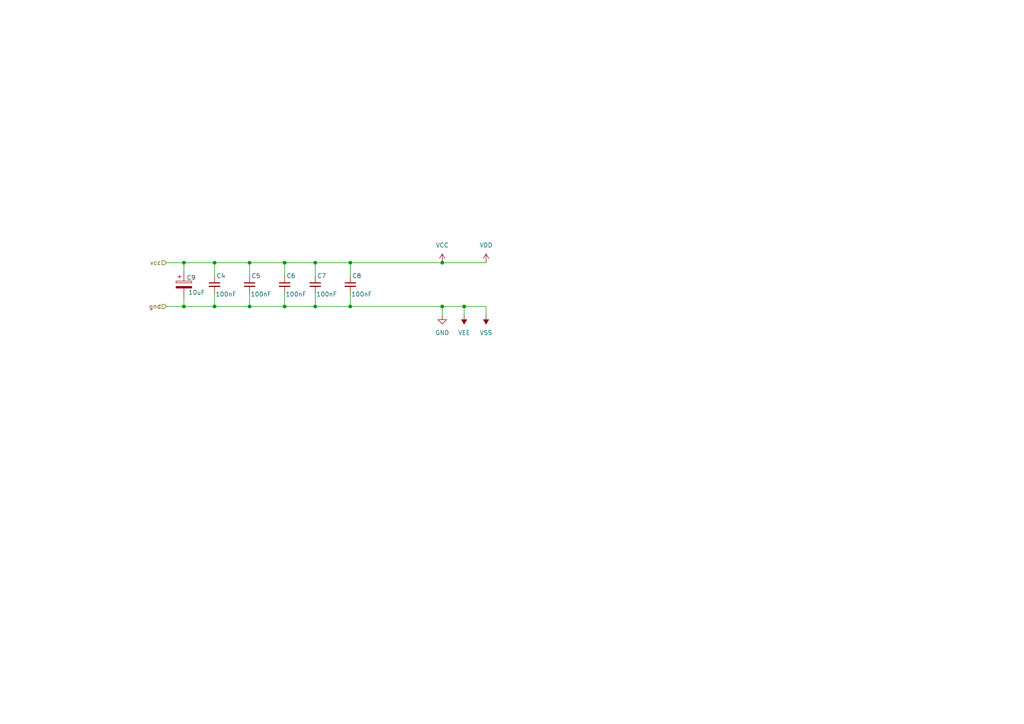
<source format=kicad_sch>
(kicad_sch (version 20250114) (generator "eeschema") (generator_version "9.0")
  (paper "A4")
  (lib_symbols
    (symbol "Device:C_Polarized" (pin_numbers (hide yes)) (pin_names (offset 0.254))
      (property "Reference" "C" (at 0.635 2.54 0))
      (property "Value" "C_Polarized" (at 0.635 -2.54 0))
      (symbol "C_Polarized_0_1"
        (rectangle (start -2.286 0.508) (end 2.286 1.016))
        (polyline (pts (xy -1.778 2.286) (xy -0.762 2.286)))
        (polyline (pts (xy -1.27 2.794) (xy -1.27 1.778)))
        (rectangle (start 2.286 -0.508) (end -2.286 -1.016) (fill (type outline)))
      )
      (symbol "C_Polarized_1_1"
        (pin passive line (at 0 3.81 270) (length 2.794) (name "~") (number "1"))
        (pin passive line (at 0 -3.81 90) (length 2.794) (name "~") (number "2"))
      )
    )
    (symbol "Device:C_Small" (pin_numbers (hide yes)) (pin_names (offset 0.254) (hide yes))
      (property "Reference" "C" (at 0.254 1.778 0))
      (property "Value" "C_Small" (at 0.254 -2.032 0))
      (symbol "C_Small_0_1"
        (polyline (pts (xy -1.524 0.508) (xy 1.524 0.508)) (stroke (width 0.3048)))
        (polyline (pts (xy -1.524 -0.508) (xy 1.524 -0.508)) (stroke (width 0.3302)))
      )
      (symbol "C_Small_1_1"
        (pin passive line (at 0 2.54 270) (length 2.032) (name "~") (number "1"))
        (pin passive line (at 0 -2.54 90) (length 2.032) (name "~") (number "2"))
      )
    )
    (symbol "power:GND" (power) (pin_numbers (hide yes)) (pin_names (offset 0) (hide yes))
      (property "Value" "GND" (at 0 -3.81 0))
      (symbol "GND_0_1"
        (polyline (pts (xy 0 0) (xy 0 -1.27) (xy 1.27 -1.27) (xy 0 -2.54) (xy -1.27 -1.27) (xy 0 -1.27)))
      )
      (symbol "GND_1_1"
        (pin power_in line (at 0 0 270) (length 0) (name "~") (number "1"))
      )
    )
    (symbol "power:VCC" (power) (pin_numbers (hide yes)) (pin_names (offset 0) (hide yes))
      (property "Value" "VCC" (at 0 3.556 0))
      (symbol "VCC_0_1"
        (polyline (pts (xy -0.762 1.27) (xy 0 2.54)))
        (polyline (pts (xy 0 2.54) (xy 0.762 1.27)))
        (polyline (pts (xy 0 0) (xy 0 2.54)))
      )
      (symbol "VCC_1_1"
        (pin power_in line (at 0 0 90) (length 0) (name "~") (number "1"))
      )
    )
    (symbol "power:VDD" (power) (pin_numbers (hide yes)) (pin_names (offset 0) (hide yes))
      (property "Value" "VDD" (at 0 3.556 0))
      (symbol "VDD_0_1"
        (polyline (pts (xy -0.762 1.27) (xy 0 2.54)))
        (polyline (pts (xy 0 2.54) (xy 0.762 1.27)))
        (polyline (pts (xy 0 0) (xy 0 2.54)))
      )
      (symbol "VDD_1_1"
        (pin power_in line (at 0 0 90) (length 0) (name "~") (number "1"))
      )
    )
    (symbol "power:VEE" (power) (pin_numbers (hide yes)) (pin_names (offset 0) (hide yes))
      (property "Value" "VEE" (at 0 3.556 0))
      (symbol "VEE_0_1"
        (polyline (pts (xy 0 0) (xy 0 2.54)))
        (polyline (pts (xy 0.762 1.27) (xy -0.762 1.27) (xy 0 2.54) (xy 0.762 1.27)) (fill (type outline)))
      )
      (symbol "VEE_1_1"
        (pin power_in line (at 0 0 90) (length 0) (name "~") (number "1"))
      )
    )
    (symbol "power:VSS" (power) (pin_numbers (hide yes)) (pin_names (offset 0) (hide yes))
      (property "Value" "VSS" (at 0 3.556 0))
      (symbol "VSS_0_1"
        (polyline (pts (xy 0 0) (xy 0 2.54)))
        (polyline (pts (xy 0.762 1.27) (xy -0.762 1.27) (xy 0 2.54) (xy 0.762 1.27)) (fill (type outline)))
      )
      (symbol "VSS_1_1"
        (pin power_in line (at 0 0 90) (length 0) (name "~") (number "1"))
      )
    )
  )
  (junction (at 91.44 76.2))
  (junction (at 82.55 76.2))
  (junction (at 62.23 88.9))
  (junction (at 62.23 76.2))
  (junction (at 53.34 76.2))
  (junction (at 101.6 88.9))
  (junction (at 72.39 76.2))
  (junction (at 101.6 76.2))
  (junction (at 128.27 88.9))
  (junction (at 82.55 88.9))
  (junction (at 53.34 88.9))
  (junction (at 128.27 76.2))
  (junction (at 72.39 88.9))
  (junction (at 134.62 88.9))
  (junction (at 91.44 88.9))
  (wire (pts (xy 101.6 76.2) (xy 101.6 80.01)))
  (wire (pts (xy 48.26 88.9) (xy 53.34 88.9)))
  (wire (pts (xy 72.39 88.9) (xy 82.55 88.9)))
  (wire (pts (xy 101.6 76.2) (xy 128.27 76.2)))
  (wire (pts (xy 101.6 88.9) (xy 128.27 88.9)))
  (wire (pts (xy 128.27 91.44) (xy 128.27 88.9)))
  (wire (pts (xy 48.26 76.2) (xy 53.34 76.2)))
  (wire (pts (xy 134.62 88.9) (xy 134.62 91.44)))
  (wire (pts (xy 53.34 86.36) (xy 53.34 88.9)))
  (wire (pts (xy 91.44 85.09) (xy 91.44 88.9)))
  (wire (pts (xy 53.34 88.9) (xy 62.23 88.9)))
  (wire (pts (xy 101.6 85.09) (xy 101.6 88.9)))
  (wire (pts (xy 72.39 85.09) (xy 72.39 88.9)))
  (wire (pts (xy 82.55 85.09) (xy 82.55 88.9)))
  (wire (pts (xy 72.39 76.2) (xy 72.39 80.01)))
  (wire (pts (xy 82.55 88.9) (xy 91.44 88.9)))
  (wire (pts (xy 62.23 76.2) (xy 62.23 80.01)))
  (wire (pts (xy 62.23 88.9) (xy 72.39 88.9)))
  (wire (pts (xy 91.44 88.9) (xy 101.6 88.9)))
  (wire (pts (xy 53.34 76.2) (xy 62.23 76.2)))
  (wire (pts (xy 62.23 76.2) (xy 72.39 76.2)))
  (wire (pts (xy 82.55 76.2) (xy 82.55 80.01)))
  (wire (pts (xy 91.44 76.2) (xy 91.44 80.01)))
  (wire (pts (xy 128.27 76.2) (xy 140.97 76.2)))
  (wire (pts (xy 53.34 76.2) (xy 53.34 78.74)))
  (wire (pts (xy 91.44 76.2) (xy 101.6 76.2)))
  (wire (pts (xy 140.97 88.9) (xy 140.97 91.44)))
  (wire (pts (xy 128.27 88.9) (xy 134.62 88.9)))
  (wire (pts (xy 62.23 85.09) (xy 62.23 88.9)))
  (wire (pts (xy 82.55 76.2) (xy 91.44 76.2)))
  (wire (pts (xy 72.39 76.2) (xy 82.55 76.2)))
  (wire (pts (xy 134.62 88.9) (xy 140.97 88.9)))
  (hierarchical_label "vcc" (shape input) (at 48.26 76.2 180))
  (hierarchical_label "gnd" (shape input) (at 48.26 88.9 180))
  (symbol (lib_id "Device:C_Small") (at 101.6 82.55 0) (unit 1)
    (property "Reference" "C8" (at 102.108 80.01 0) (effects (justify left)))
    (property "Value" "100nF" (at 101.854 85.344 0) (effects (justify left)))
    (property "Footprint" "Capacitor_THT:C_Disc_D3.0mm_W1.6mm_P2.50mm" (effects (hide yes)))
    (property "Description" "Unpolarized capacitor, small symbol" (effects (hide yes)))
  )
  (symbol (lib_id "Device:C_Polarized") (at 53.34 82.55 0) (unit 1)
    (property "Reference" "C9" (at 54.102 80.518 0) (effects (justify left)))
    (property "Value" "10uF" (at 54.61 84.836 0) (effects (justify left)))
    (property "Footprint" "Capacitor_THT:CP_Radial_D5.0mm_P2.50mm" (effects (hide yes)))
    (property "Description" "Polarized capacitor" (effects (hide yes)))
  )
  (symbol (lib_id "power:VSS") (at 140.97 91.44 0) (mirror x) (unit 1)
    (property "Reference" "#PWR012" (effects (hide yes)))
    (property "Value" "VSS" (at 140.97 96.52 0))
    (property "Description" "Power symbol creates a global label with name \"VSS\"" (effects (hide yes)))
  )
  (symbol (lib_id "power:VEE") (at 134.62 91.44 0) (mirror x) (unit 1)
    (property "Reference" "#PWR011" (effects (hide yes)))
    (property "Value" "VEE" (at 134.62 96.52 0))
    (property "Description" "Power symbol creates a global label with name \"VEE\"" (effects (hide yes)))
  )
  (symbol (lib_id "Device:C_Small") (at 91.44 82.55 0) (unit 1)
    (property "Reference" "C7" (at 91.948 80.01 0) (effects (justify left)))
    (property "Value" "100nF" (at 91.694 85.344 0) (effects (justify left)))
    (property "Footprint" "Capacitor_THT:C_Disc_D3.0mm_W1.6mm_P2.50mm" (effects (hide yes)))
    (property "Description" "Unpolarized capacitor, small symbol" (effects (hide yes)))
  )
  (symbol (lib_id "Device:C_Small") (at 72.39 82.55 0) (unit 1)
    (property "Reference" "C5" (at 72.898 80.01 0) (effects (justify left)))
    (property "Value" "100nF" (at 72.644 85.344 0) (effects (justify left)))
    (property "Footprint" "Capacitor_THT:C_Disc_D3.0mm_W1.6mm_P2.50mm" (effects (hide yes)))
    (property "Description" "Unpolarized capacitor, small symbol" (effects (hide yes)))
  )
  (symbol (lib_id "Device:C_Small") (at 82.55 82.55 0) (unit 1)
    (property "Reference" "C6" (at 83.058 80.01 0) (effects (justify left)))
    (property "Value" "100nF" (at 82.804 85.344 0) (effects (justify left)))
    (property "Footprint" "Capacitor_THT:C_Disc_D3.0mm_W1.6mm_P2.50mm" (effects (hide yes)))
    (property "Description" "Unpolarized capacitor, small symbol" (effects (hide yes)))
  )
  (symbol (lib_id "power:VCC") (at 128.27 76.2 0) (unit 1)
    (property "Reference" "#PWR09" (effects (hide yes)))
    (property "Value" "VCC" (at 128.27 71.12 0))
    (property "Description" "Power symbol creates a global label with name \"VCC\"" (effects (hide yes)))
  )
  (symbol (lib_id "Device:C_Small") (at 62.23 82.55 0) (unit 1)
    (property "Reference" "C4" (at 62.738 80.01 0) (effects (justify left)))
    (property "Value" "100nF" (at 62.484 85.344 0) (effects (justify left)))
    (property "Footprint" "Capacitor_THT:C_Disc_D3.0mm_W1.6mm_P2.50mm" (effects (hide yes)))
    (property "Description" "Unpolarized capacitor, small symbol" (effects (hide yes)))
  )
  (symbol (lib_id "power:VDD") (at 140.97 76.2 0) (unit 1)
    (property "Reference" "#PWR010" (effects (hide yes)))
    (property "Value" "VDD" (at 140.97 71.12 0))
    (property "Description" "Power symbol creates a global label with name \"VDD\"" (effects (hide yes)))
  )
  (symbol (lib_id "power:GND") (at 128.27 91.44 0) (unit 1)
    (property "Reference" "#PWR013" (effects (hide yes)))
    (property "Value" "GND" (at 128.27 96.52 0))
    (property "Description" "Power symbol creates a global label with name \"GND\" , ground" (effects (hide yes)))
  )
)
</source>
